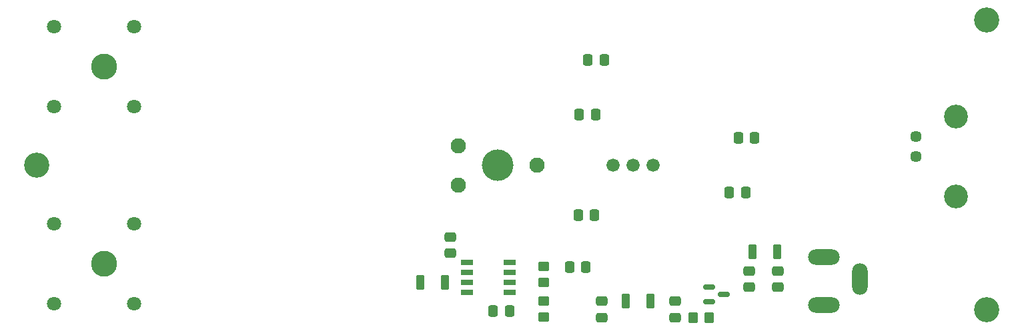
<source format=gbr>
%TF.GenerationSoftware,KiCad,Pcbnew,(7.0.0)*%
%TF.CreationDate,2023-07-09T18:50:50+02:00*%
%TF.ProjectId,Differential_Probe,44696666-6572-4656-9e74-69616c5f5072,rev?*%
%TF.SameCoordinates,Original*%
%TF.FileFunction,Soldermask,Bot*%
%TF.FilePolarity,Negative*%
%FSLAX46Y46*%
G04 Gerber Fmt 4.6, Leading zero omitted, Abs format (unit mm)*
G04 Created by KiCad (PCBNEW (7.0.0)) date 2023-07-09 18:50:50*
%MOMM*%
%LPD*%
G01*
G04 APERTURE LIST*
G04 Aperture macros list*
%AMRoundRect*
0 Rectangle with rounded corners*
0 $1 Rounding radius*
0 $2 $3 $4 $5 $6 $7 $8 $9 X,Y pos of 4 corners*
0 Add a 4 corners polygon primitive as box body*
4,1,4,$2,$3,$4,$5,$6,$7,$8,$9,$2,$3,0*
0 Add four circle primitives for the rounded corners*
1,1,$1+$1,$2,$3*
1,1,$1+$1,$4,$5*
1,1,$1+$1,$6,$7*
1,1,$1+$1,$8,$9*
0 Add four rect primitives between the rounded corners*
20,1,$1+$1,$2,$3,$4,$5,0*
20,1,$1+$1,$4,$5,$6,$7,0*
20,1,$1+$1,$6,$7,$8,$9,0*
20,1,$1+$1,$8,$9,$2,$3,0*%
G04 Aperture macros list end*
%ADD10O,4.000000X2.000000*%
%ADD11O,2.000000X4.000000*%
%ADD12C,4.000000*%
%ADD13C,1.950000*%
%ADD14C,3.200000*%
%ADD15C,1.800000*%
%ADD16C,3.300000*%
%ADD17C,1.446000*%
%ADD18C,3.015000*%
%ADD19C,1.676400*%
%ADD20RoundRect,0.250000X0.275000X0.700000X-0.275000X0.700000X-0.275000X-0.700000X0.275000X-0.700000X0*%
%ADD21RoundRect,0.250000X0.350000X0.450000X-0.350000X0.450000X-0.350000X-0.450000X0.350000X-0.450000X0*%
%ADD22RoundRect,0.250000X0.337500X0.475000X-0.337500X0.475000X-0.337500X-0.475000X0.337500X-0.475000X0*%
%ADD23R,1.528000X0.650000*%
%ADD24RoundRect,0.250000X-0.337500X-0.475000X0.337500X-0.475000X0.337500X0.475000X-0.337500X0.475000X0*%
%ADD25RoundRect,0.250000X-0.450000X0.350000X-0.450000X-0.350000X0.450000X-0.350000X0.450000X0.350000X0*%
%ADD26RoundRect,0.250000X-0.475000X0.337500X-0.475000X-0.337500X0.475000X-0.337500X0.475000X0.337500X0*%
%ADD27RoundRect,0.250000X0.475000X-0.337500X0.475000X0.337500X-0.475000X0.337500X-0.475000X-0.337500X0*%
%ADD28RoundRect,0.150000X-0.587500X-0.150000X0.587500X-0.150000X0.587500X0.150000X-0.587500X0.150000X0*%
%ADD29RoundRect,0.250000X0.450000X-0.350000X0.450000X0.350000X-0.450000X0.350000X-0.450000X-0.350000X0*%
G04 APERTURE END LIST*
D10*
%TO.C,J4*%
X204599999Y-101549999D03*
D11*
X209199999Y-104349999D03*
D10*
X204599999Y-107649999D03*
%TD*%
D12*
%TO.C,RV1*%
X163200000Y-89900000D03*
D13*
X158200000Y-87400000D03*
X168200000Y-89900000D03*
X158200000Y-92400000D03*
%TD*%
D14*
%TO.C,M3*%
X225300000Y-71425000D03*
%TD*%
D15*
%TO.C,J2*%
X106890000Y-72300000D03*
X117050000Y-72300000D03*
X106890000Y-82460000D03*
X117050000Y-82460000D03*
D16*
X113250000Y-77380000D03*
%TD*%
D15*
%TO.C,J3*%
X106890000Y-97342150D03*
X117050000Y-97342150D03*
X106890000Y-107502150D03*
X117050000Y-107502150D03*
D16*
X113250000Y-102422150D03*
%TD*%
D17*
%TO.C,J1*%
X216300000Y-88800000D03*
X216300000Y-86260000D03*
D18*
X221380000Y-83720000D03*
X221380000Y-93880000D03*
%TD*%
D14*
%TO.C,M3*%
X225300000Y-108225000D03*
%TD*%
%TO.C,M3*%
X104750000Y-89899999D03*
%TD*%
D19*
%TO.C,S1*%
X182940000Y-89900000D03*
X180400000Y-89900000D03*
X177860000Y-89900000D03*
%TD*%
D20*
%TO.C,FB1*%
X182625000Y-107175000D03*
X179475000Y-107175000D03*
%TD*%
D21*
%TO.C,R28*%
X190062500Y-109250000D03*
X188062500Y-109250000D03*
%TD*%
D22*
%TO.C,C23*%
X175625000Y-83450000D03*
X173550000Y-83450000D03*
%TD*%
D23*
%TO.C,IC4*%
X164721999Y-102209999D03*
X164721999Y-103479999D03*
X164721999Y-104749999D03*
X164721999Y-106019999D03*
X159299999Y-106019999D03*
X159299999Y-104749999D03*
X159299999Y-103479999D03*
X159299999Y-102209999D03*
%TD*%
D24*
%TO.C,C29*%
X162647000Y-108400000D03*
X164722000Y-108400000D03*
%TD*%
D25*
%TO.C,R25*%
X169050000Y-102750000D03*
X169050000Y-104750000D03*
%TD*%
D24*
%TO.C,C26*%
X172325000Y-102850000D03*
X174400000Y-102850000D03*
%TD*%
D26*
%TO.C,C22*%
X198750000Y-103312500D03*
X198750000Y-105387500D03*
%TD*%
D27*
%TO.C,C30*%
X157200000Y-101087500D03*
X157200000Y-99012500D03*
%TD*%
D24*
%TO.C,C25*%
X173450000Y-96250000D03*
X175525000Y-96250000D03*
%TD*%
D26*
%TO.C,C20*%
X185700000Y-107175000D03*
X185700000Y-109250000D03*
%TD*%
D28*
%TO.C,Q1*%
X190062500Y-107250000D03*
X190062500Y-105350000D03*
X191937500Y-106300000D03*
%TD*%
D20*
%TO.C,FB2*%
X156525000Y-104750000D03*
X153375000Y-104750000D03*
%TD*%
D26*
%TO.C,C19*%
X195150000Y-103312500D03*
X195150000Y-105387500D03*
%TD*%
D22*
%TO.C,C24*%
X176750000Y-76500000D03*
X174675000Y-76500000D03*
%TD*%
%TO.C,C27*%
X194700000Y-93350000D03*
X192625000Y-93350000D03*
%TD*%
%TO.C,C28*%
X195825000Y-86400000D03*
X193750000Y-86400000D03*
%TD*%
D20*
%TO.C,FB3*%
X198725000Y-100850000D03*
X195575000Y-100850000D03*
%TD*%
D26*
%TO.C,C21*%
X176450000Y-107175000D03*
X176450000Y-109250000D03*
%TD*%
D29*
%TO.C,R26*%
X169050000Y-109175000D03*
X169050000Y-107175000D03*
%TD*%
M02*

</source>
